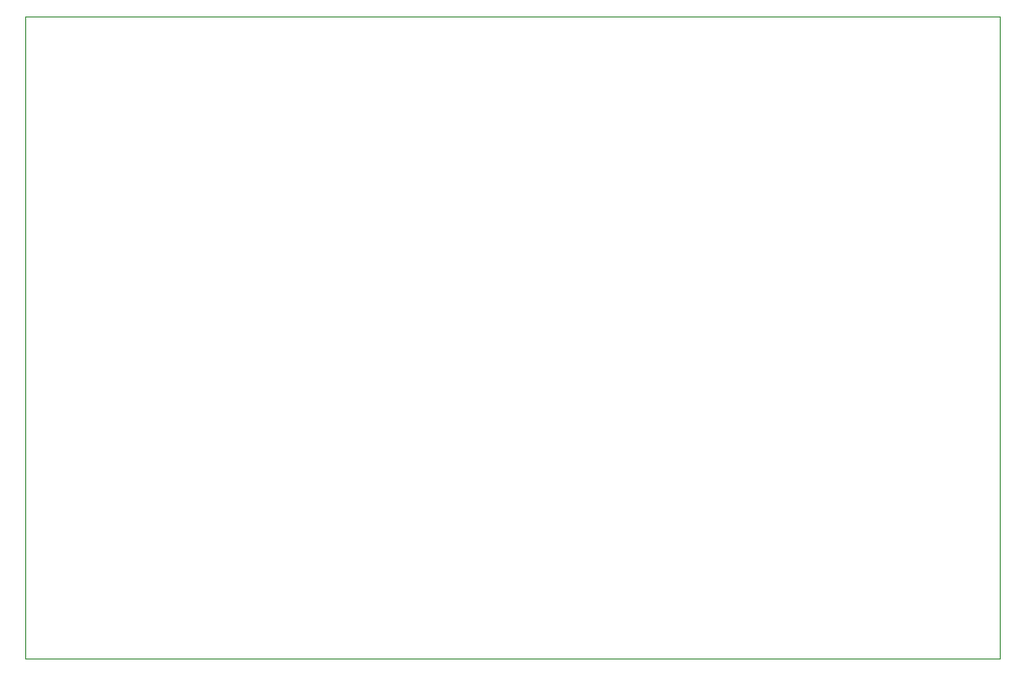
<source format=gm1>
G04 #@! TF.FileFunction,Profile,NP*
%FSLAX46Y46*%
G04 Gerber Fmt 4.6, Leading zero omitted, Abs format (unit mm)*
G04 Created by KiCad (PCBNEW 4.0.0-rc1-stable) date 10/8/2015 2:57:11 PM*
%MOMM*%
G01*
G04 APERTURE LIST*
%ADD10C,0.100000*%
G04 APERTURE END LIST*
D10*
X104500000Y-72500000D02*
X104500000Y-128500000D01*
X189500000Y-72500000D02*
X104500000Y-72500000D01*
X189500000Y-128500000D02*
X189500000Y-72500000D01*
X104500000Y-128500000D02*
X189500000Y-128500000D01*
M02*

</source>
